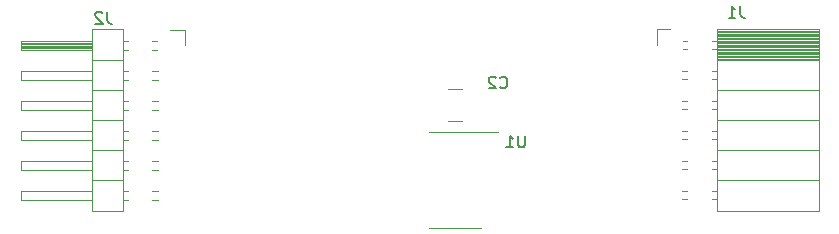
<source format=gbr>
G04 #@! TF.GenerationSoftware,KiCad,Pcbnew,(5.1.4)-1*
G04 #@! TF.CreationDate,2019-11-15T21:57:58+01:00*
G04 #@! TF.ProjectId,LEDClock,4c454443-6c6f-4636-9b2e-6b696361645f,rev?*
G04 #@! TF.SameCoordinates,Original*
G04 #@! TF.FileFunction,Legend,Bot*
G04 #@! TF.FilePolarity,Positive*
%FSLAX46Y46*%
G04 Gerber Fmt 4.6, Leading zero omitted, Abs format (unit mm)*
G04 Created by KiCad (PCBNEW (5.1.4)-1) date 2019-11-15 21:57:58*
%MOMM*%
%LPD*%
G04 APERTURE LIST*
%ADD10C,0.120000*%
%ADD11C,0.150000*%
G04 APERTURE END LIST*
D10*
X143600000Y-77995000D02*
X141400000Y-77995000D01*
X143600000Y-77995000D02*
X145800000Y-77995000D01*
X143600000Y-69925000D02*
X141400000Y-69925000D01*
X143600000Y-69925000D02*
X147250000Y-69925000D01*
X142997936Y-68970000D02*
X144202064Y-68970000D01*
X142997936Y-66250000D02*
X144202064Y-66250000D01*
X120740000Y-61260000D02*
X119470000Y-61260000D01*
X120740000Y-62530000D02*
X120740000Y-61260000D01*
X118427071Y-75610000D02*
X117972929Y-75610000D01*
X118427071Y-74850000D02*
X117972929Y-74850000D01*
X115887071Y-75610000D02*
X115490000Y-75610000D01*
X115887071Y-74850000D02*
X115490000Y-74850000D01*
X106830000Y-75610000D02*
X112830000Y-75610000D01*
X106830000Y-74850000D02*
X106830000Y-75610000D01*
X112830000Y-74850000D02*
X106830000Y-74850000D01*
X115490000Y-73960000D02*
X112830000Y-73960000D01*
X118427071Y-73070000D02*
X117972929Y-73070000D01*
X118427071Y-72310000D02*
X117972929Y-72310000D01*
X115887071Y-73070000D02*
X115490000Y-73070000D01*
X115887071Y-72310000D02*
X115490000Y-72310000D01*
X106830000Y-73070000D02*
X112830000Y-73070000D01*
X106830000Y-72310000D02*
X106830000Y-73070000D01*
X112830000Y-72310000D02*
X106830000Y-72310000D01*
X115490000Y-71420000D02*
X112830000Y-71420000D01*
X118427071Y-70530000D02*
X117972929Y-70530000D01*
X118427071Y-69770000D02*
X117972929Y-69770000D01*
X115887071Y-70530000D02*
X115490000Y-70530000D01*
X115887071Y-69770000D02*
X115490000Y-69770000D01*
X106830000Y-70530000D02*
X112830000Y-70530000D01*
X106830000Y-69770000D02*
X106830000Y-70530000D01*
X112830000Y-69770000D02*
X106830000Y-69770000D01*
X115490000Y-68880000D02*
X112830000Y-68880000D01*
X118427071Y-67990000D02*
X117972929Y-67990000D01*
X118427071Y-67230000D02*
X117972929Y-67230000D01*
X115887071Y-67990000D02*
X115490000Y-67990000D01*
X115887071Y-67230000D02*
X115490000Y-67230000D01*
X106830000Y-67990000D02*
X112830000Y-67990000D01*
X106830000Y-67230000D02*
X106830000Y-67990000D01*
X112830000Y-67230000D02*
X106830000Y-67230000D01*
X115490000Y-66340000D02*
X112830000Y-66340000D01*
X118427071Y-65450000D02*
X117972929Y-65450000D01*
X118427071Y-64690000D02*
X117972929Y-64690000D01*
X115887071Y-65450000D02*
X115490000Y-65450000D01*
X115887071Y-64690000D02*
X115490000Y-64690000D01*
X106830000Y-65450000D02*
X112830000Y-65450000D01*
X106830000Y-64690000D02*
X106830000Y-65450000D01*
X112830000Y-64690000D02*
X106830000Y-64690000D01*
X115490000Y-63800000D02*
X112830000Y-63800000D01*
X118360000Y-62910000D02*
X117972929Y-62910000D01*
X118360000Y-62150000D02*
X117972929Y-62150000D01*
X115887071Y-62910000D02*
X115490000Y-62910000D01*
X115887071Y-62150000D02*
X115490000Y-62150000D01*
X112830000Y-62810000D02*
X106830000Y-62810000D01*
X112830000Y-62690000D02*
X106830000Y-62690000D01*
X112830000Y-62570000D02*
X106830000Y-62570000D01*
X112830000Y-62450000D02*
X106830000Y-62450000D01*
X112830000Y-62330000D02*
X106830000Y-62330000D01*
X112830000Y-62210000D02*
X106830000Y-62210000D01*
X106830000Y-62910000D02*
X112830000Y-62910000D01*
X106830000Y-62150000D02*
X106830000Y-62910000D01*
X112830000Y-62150000D02*
X106830000Y-62150000D01*
X112830000Y-61200000D02*
X115490000Y-61200000D01*
X112830000Y-76560000D02*
X112830000Y-61200000D01*
X115490000Y-76560000D02*
X112830000Y-76560000D01*
X115490000Y-61200000D02*
X115490000Y-76560000D01*
X174410000Y-61320000D02*
X165780000Y-61320000D01*
X174410000Y-61438095D02*
X165780000Y-61438095D01*
X174410000Y-61556190D02*
X165780000Y-61556190D01*
X174410000Y-61674285D02*
X165780000Y-61674285D01*
X174410000Y-61792380D02*
X165780000Y-61792380D01*
X174410000Y-61910475D02*
X165780000Y-61910475D01*
X174410000Y-62028570D02*
X165780000Y-62028570D01*
X174410000Y-62146665D02*
X165780000Y-62146665D01*
X174410000Y-62264760D02*
X165780000Y-62264760D01*
X174410000Y-62382855D02*
X165780000Y-62382855D01*
X174410000Y-62500950D02*
X165780000Y-62500950D01*
X174410000Y-62619045D02*
X165780000Y-62619045D01*
X174410000Y-62737140D02*
X165780000Y-62737140D01*
X174410000Y-62855235D02*
X165780000Y-62855235D01*
X174410000Y-62973330D02*
X165780000Y-62973330D01*
X174410000Y-63091425D02*
X165780000Y-63091425D01*
X174410000Y-63209520D02*
X165780000Y-63209520D01*
X174410000Y-63327615D02*
X165780000Y-63327615D01*
X174410000Y-63445710D02*
X165780000Y-63445710D01*
X174410000Y-63563805D02*
X165780000Y-63563805D01*
X174410000Y-63681900D02*
X165780000Y-63681900D01*
X165780000Y-62170000D02*
X165370000Y-62170000D01*
X163270000Y-62170000D02*
X162890000Y-62170000D01*
X165780000Y-62890000D02*
X165370000Y-62890000D01*
X163270000Y-62890000D02*
X162890000Y-62890000D01*
X165780000Y-64710000D02*
X165370000Y-64710000D01*
X163270000Y-64710000D02*
X162830000Y-64710000D01*
X165780000Y-65430000D02*
X165370000Y-65430000D01*
X163270000Y-65430000D02*
X162830000Y-65430000D01*
X165780000Y-67250000D02*
X165370000Y-67250000D01*
X163270000Y-67250000D02*
X162830000Y-67250000D01*
X165780000Y-67970000D02*
X165370000Y-67970000D01*
X163270000Y-67970000D02*
X162830000Y-67970000D01*
X165780000Y-69790000D02*
X165370000Y-69790000D01*
X163270000Y-69790000D02*
X162830000Y-69790000D01*
X165780000Y-70510000D02*
X165370000Y-70510000D01*
X163270000Y-70510000D02*
X162830000Y-70510000D01*
X165780000Y-72330000D02*
X165370000Y-72330000D01*
X163270000Y-72330000D02*
X162830000Y-72330000D01*
X165780000Y-73050000D02*
X165370000Y-73050000D01*
X163270000Y-73050000D02*
X162830000Y-73050000D01*
X165780000Y-74870000D02*
X165370000Y-74870000D01*
X163270000Y-74870000D02*
X162830000Y-74870000D01*
X165780000Y-75590000D02*
X165370000Y-75590000D01*
X163270000Y-75590000D02*
X162830000Y-75590000D01*
X174410000Y-63800000D02*
X165780000Y-63800000D01*
X174410000Y-66340000D02*
X165780000Y-66340000D01*
X174410000Y-68880000D02*
X165780000Y-68880000D01*
X174410000Y-71420000D02*
X165780000Y-71420000D01*
X174410000Y-73960000D02*
X165780000Y-73960000D01*
X174410000Y-61200000D02*
X165780000Y-61200000D01*
X165780000Y-61200000D02*
X165780000Y-76560000D01*
X174410000Y-76560000D02*
X165780000Y-76560000D01*
X174410000Y-61200000D02*
X174410000Y-76560000D01*
X160670000Y-61200000D02*
X160670000Y-62530000D01*
X161780000Y-61200000D02*
X160670000Y-61200000D01*
D11*
X149511904Y-70202380D02*
X149511904Y-71011904D01*
X149464285Y-71107142D01*
X149416666Y-71154761D01*
X149321428Y-71202380D01*
X149130952Y-71202380D01*
X149035714Y-71154761D01*
X148988095Y-71107142D01*
X148940476Y-71011904D01*
X148940476Y-70202380D01*
X147940476Y-71202380D02*
X148511904Y-71202380D01*
X148226190Y-71202380D02*
X148226190Y-70202380D01*
X148321428Y-70345238D01*
X148416666Y-70440476D01*
X148511904Y-70488095D01*
X147416666Y-66107142D02*
X147464285Y-66154761D01*
X147607142Y-66202380D01*
X147702380Y-66202380D01*
X147845238Y-66154761D01*
X147940476Y-66059523D01*
X147988095Y-65964285D01*
X148035714Y-65773809D01*
X148035714Y-65630952D01*
X147988095Y-65440476D01*
X147940476Y-65345238D01*
X147845238Y-65250000D01*
X147702380Y-65202380D01*
X147607142Y-65202380D01*
X147464285Y-65250000D01*
X147416666Y-65297619D01*
X147035714Y-65297619D02*
X146988095Y-65250000D01*
X146892857Y-65202380D01*
X146654761Y-65202380D01*
X146559523Y-65250000D01*
X146511904Y-65297619D01*
X146464285Y-65392857D01*
X146464285Y-65488095D01*
X146511904Y-65630952D01*
X147083333Y-66202380D01*
X146464285Y-66202380D01*
X114148333Y-59712380D02*
X114148333Y-60426666D01*
X114195952Y-60569523D01*
X114291190Y-60664761D01*
X114434047Y-60712380D01*
X114529285Y-60712380D01*
X113719761Y-59807619D02*
X113672142Y-59760000D01*
X113576904Y-59712380D01*
X113338809Y-59712380D01*
X113243571Y-59760000D01*
X113195952Y-59807619D01*
X113148333Y-59902857D01*
X113148333Y-59998095D01*
X113195952Y-60140952D01*
X113767380Y-60712380D01*
X113148333Y-60712380D01*
X167763333Y-59212380D02*
X167763333Y-59926666D01*
X167810952Y-60069523D01*
X167906190Y-60164761D01*
X168049047Y-60212380D01*
X168144285Y-60212380D01*
X166763333Y-60212380D02*
X167334761Y-60212380D01*
X167049047Y-60212380D02*
X167049047Y-59212380D01*
X167144285Y-59355238D01*
X167239523Y-59450476D01*
X167334761Y-59498095D01*
M02*

</source>
